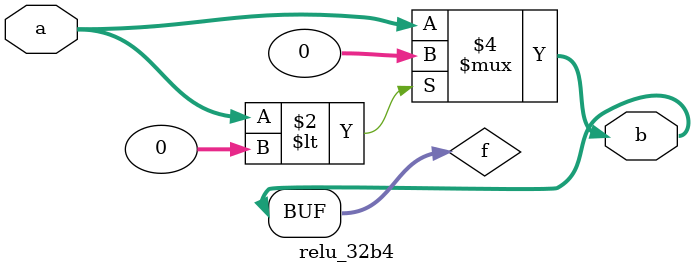
<source format=v>
module relu_32b4 (a, b);

input [31:0] a;
output [31:0] b;

wire signed [31:0] a;
wire signed [31:0] b;

reg signed [31:0] f;
always @(*) begin
    if (a < 0) begin
      f <= 32'd0;
    end
    else begin
      f <= a;
    end
end

assign b = f;

endmodule
</source>
